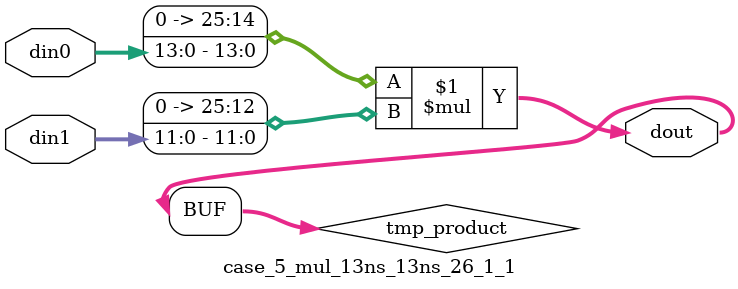
<source format=v>

`timescale 1 ns / 1 ps

 (* use_dsp = "no" *)  module case_5_mul_13ns_13ns_26_1_1(din0, din1, dout);
parameter ID = 1;
parameter NUM_STAGE = 0;
parameter din0_WIDTH = 14;
parameter din1_WIDTH = 12;
parameter dout_WIDTH = 26;

input [din0_WIDTH - 1 : 0] din0; 
input [din1_WIDTH - 1 : 0] din1; 
output [dout_WIDTH - 1 : 0] dout;

wire signed [dout_WIDTH - 1 : 0] tmp_product;
























assign tmp_product = $signed({1'b0, din0}) * $signed({1'b0, din1});











assign dout = tmp_product;





















endmodule

</source>
